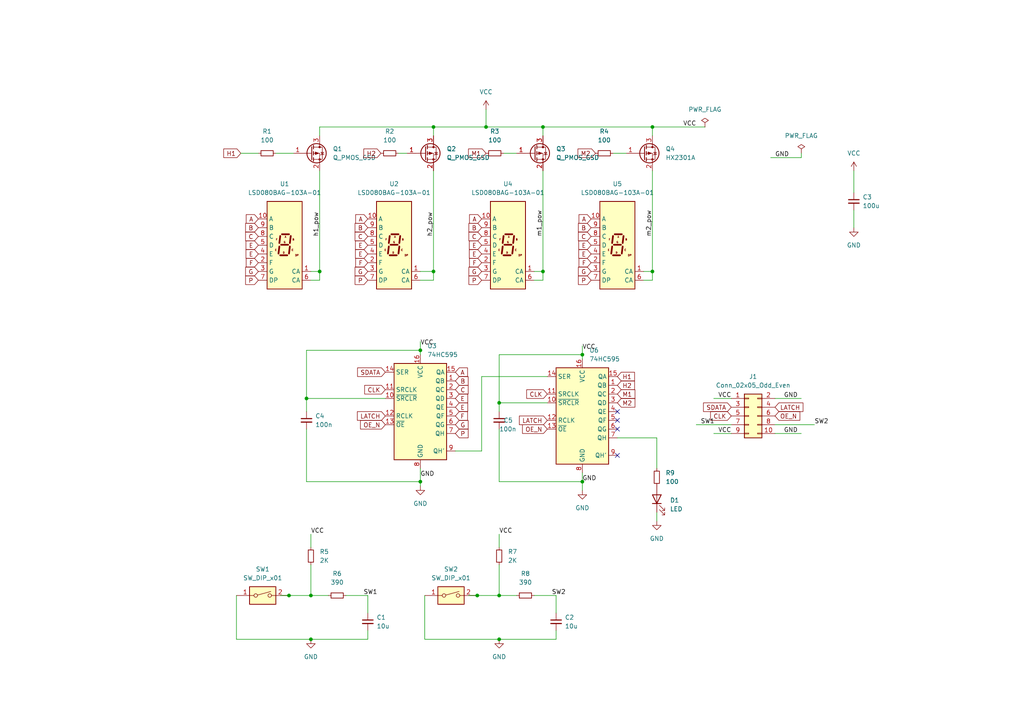
<source format=kicad_sch>
(kicad_sch (version 20211123) (generator eeschema)
  (paper "A4")
  (title_block (title "clock face") (date "2023-04-01") (rev "1"))
  (lib_symbols
    (symbol "74xx:74HC595"
      (property "Reference" "U" (at -7.62 13.97 0))
      (property "Value" "74HC595" (at -7.62 -16.51 0))
      (symbol "74HC595_1_0"
        (pin tri_state line (at 10.16 7.62 180) (length 2.54) (name "QB") (number "1"))
        (pin input line (at -10.16 2.54 0) (length 2.54) (name "~{SRCLR}") (number "10"))
        (pin input line (at -10.16 5.08 0) (length 2.54) (name "SRCLK") (number "11"))
        (pin input line (at -10.16 -2.54 0) (length 2.54) (name "RCLK") (number "12"))
        (pin input line (at -10.16 -5.08 0) (length 2.54) (name "~{OE}") (number "13"))
        (pin input line (at -10.16 10.16 0) (length 2.54) (name "SER") (number "14"))
        (pin tri_state line (at 10.16 10.16 180) (length 2.54) (name "QA") (number "15"))
        (pin power_in line (at 0 15.24 270) (length 2.54) (name "VCC") (number "16"))
        (pin tri_state line (at 10.16 5.08 180) (length 2.54) (name "QC") (number "2"))
        (pin tri_state line (at 10.16 2.54 180) (length 2.54) (name "QD") (number "3"))
        (pin tri_state line (at 10.16 0 180) (length 2.54) (name "QE") (number "4"))
        (pin tri_state line (at 10.16 -2.54 180) (length 2.54) (name "QF") (number "5"))
        (pin tri_state line (at 10.16 -5.08 180) (length 2.54) (name "QG") (number "6"))
        (pin tri_state line (at 10.16 -7.62 180) (length 2.54) (name "QH") (number "7"))
        (pin power_in line (at 0 -17.78 90) (length 2.54) (name "GND") (number "8"))
        (pin output line (at 10.16 -12.7 180) (length 2.54) (name "QH'") (number "9"))
      )
      (symbol "74HC595_1_1"
        (rectangle (start -7.62 12.7) (end 7.62 -15.24) (stroke (width 0.254)) (fill (type background)))
      )
    )
    (symbol "Connector_Generic:Conn_02x05_Odd_Even" (pin_names (offset 1.016) hide)
      (property "Reference" "J" (at 1.27 7.62 0))
      (property "Value" "Conn_02x05_Odd_Even" (at 1.27 -7.62 0))
      (symbol "Conn_02x05_Odd_Even_1_1"
        (rectangle (start -1.27 -4.953) (end 0 -5.207) (stroke (width 0.1524)))
        (rectangle (start -1.27 -2.413) (end 0 -2.667) (stroke (width 0.1524)))
        (rectangle (start -1.27 0.127) (end 0 -0.127) (stroke (width 0.1524)))
        (rectangle (start -1.27 2.667) (end 0 2.413) (stroke (width 0.1524)))
        (rectangle (start -1.27 5.207) (end 0 4.953) (stroke (width 0.1524)))
        (rectangle (start -1.27 6.35) (end 3.81 -6.35) (stroke (width 0.254)) (fill (type background)))
        (rectangle (start 3.81 -4.953) (end 2.54 -5.207) (stroke (width 0.1524)))
        (rectangle (start 3.81 -2.413) (end 2.54 -2.667) (stroke (width 0.1524)))
        (rectangle (start 3.81 0.127) (end 2.54 -0.127) (stroke (width 0.1524)))
        (rectangle (start 3.81 2.667) (end 2.54 2.413) (stroke (width 0.1524)))
        (rectangle (start 3.81 5.207) (end 2.54 4.953) (stroke (width 0.1524)))
        (pin passive line (at -5.08 5.08 0) (length 3.81) (name "Pin_1") (number "1"))
        (pin passive line (at 7.62 -5.08 180) (length 3.81) (name "Pin_10") (number "10"))
        (pin passive line (at 7.62 5.08 180) (length 3.81) (name "Pin_2") (number "2"))
        (pin passive line (at -5.08 2.54 0) (length 3.81) (name "Pin_3") (number "3"))
        (pin passive line (at 7.62 2.54 180) (length 3.81) (name "Pin_4") (number "4"))
        (pin passive line (at -5.08 0 0) (length 3.81) (name "Pin_5") (number "5"))
        (pin passive line (at 7.62 0 180) (length 3.81) (name "Pin_6") (number "6"))
        (pin passive line (at -5.08 -2.54 0) (length 3.81) (name "Pin_7") (number "7"))
        (pin passive line (at 7.62 -2.54 180) (length 3.81) (name "Pin_8") (number "8"))
        (pin passive line (at -5.08 -5.08 0) (length 3.81) (name "Pin_9") (number "9"))
      )
    )
    (symbol "Device:C_Small" (pin_numbers hide) (pin_names (offset 0.254) hide)
      (property "Reference" "C" (at 0.254 1.778 0))
      (property "Value" "C_Small" (at 0.254 -2.032 0))
      (symbol "C_Small_0_1"
        (polyline (pts (xy -1.524 -0.508) (xy 1.524 -0.508)) (stroke (width 0.3302)))
        (polyline (pts (xy -1.524 0.508) (xy 1.524 0.508)) (stroke (width 0.3048)))
      )
      (symbol "C_Small_1_1"
        (pin passive line (at 0 2.54 270) (length 2.032) (name "~") (number "1"))
        (pin passive line (at 0 -2.54 90) (length 2.032) (name "~") (number "2"))
      )
    )
    (symbol "Device:LED" (pin_numbers hide) (pin_names (offset 1.016) hide)
      (property "Reference" "D" (at 0 2.54 0))
      (property "Value" "LED" (at 0 -2.54 0))
      (symbol "LED_0_1"
        (polyline (pts (xy -1.27 -1.27) (xy -1.27 1.27)) (stroke (width 0.254)))
        (polyline (pts (xy -1.27 0) (xy 1.27 0)))
        (polyline (pts (xy 1.27 -1.27) (xy 1.27 1.27) (xy -1.27 0) (xy 1.27 -1.27)) (stroke (width 0.254)))
        (polyline (pts (xy -3.048 -0.762) (xy -4.572 -2.286) (xy -3.81 -2.286) (xy -4.572 -2.286) (xy -4.572 -1.524)))
        (polyline (pts (xy -1.778 -0.762) (xy -3.302 -2.286) (xy -2.54 -2.286) (xy -3.302 -2.286) (xy -3.302 -1.524)))
      )
      (symbol "LED_1_1"
        (pin passive line (at -3.81 0 0) (length 2.54) (name "K") (number "1"))
        (pin passive line (at 3.81 0 180) (length 2.54) (name "A") (number "2"))
      )
    )
    (symbol "Device:Q_PMOS_GSD" (pin_names (offset 0) hide)
      (property "Reference" "Q" (at 5.08 1.27 0))
      (property "Value" "Q_PMOS_GSD" (at 5.08 -1.27 0))
      (symbol "Q_PMOS_GSD_0_1"
        (polyline (pts (xy 0.254 0) (xy -2.54 0)))
        (polyline (pts (xy 0.254 1.905) (xy 0.254 -1.905)) (stroke (width 0.254)))
        (polyline (pts (xy 0.762 -1.27) (xy 0.762 -2.286)) (stroke (width 0.254)))
        (polyline (pts (xy 0.762 0.508) (xy 0.762 -0.508)) (stroke (width 0.254)))
        (polyline (pts (xy 0.762 2.286) (xy 0.762 1.27)) (stroke (width 0.254)))
        (polyline (pts (xy 2.54 2.54) (xy 2.54 1.778)))
        (polyline (pts (xy 2.54 -2.54) (xy 2.54 0) (xy 0.762 0)))
        (polyline (pts (xy 0.762 1.778) (xy 3.302 1.778) (xy 3.302 -1.778) (xy 0.762 -1.778)))
        (polyline (pts (xy 2.286 0) (xy 1.27 0.381) (xy 1.27 -0.381) (xy 2.286 0)) (fill (type outline)))
        (polyline (pts (xy 2.794 -0.508) (xy 2.921 -0.381) (xy 3.683 -0.381) (xy 3.81 -0.254)))
        (polyline (pts (xy 3.302 -0.381) (xy 2.921 0.254) (xy 3.683 0.254) (xy 3.302 -0.381)))
        (circle (center 1.651 0) (radius 2.794) (stroke (width 0.254)))
        (circle (center 2.54 -1.778) (radius 0.254) (fill (type outline)))
        (circle (center 2.54 1.778) (radius 0.254) (fill (type outline)))
      )
      (symbol "Q_PMOS_GSD_1_1"
        (pin input line (at -5.08 0 0) (length 2.54) (name "G") (number "1"))
        (pin passive line (at 2.54 -5.08 90) (length 2.54) (name "S") (number "2"))
        (pin passive line (at 2.54 5.08 270) (length 2.54) (name "D") (number "3"))
      )
    )
    (symbol "Device:R_Small" (pin_numbers hide) (pin_names (offset 0.254) hide)
      (property "Reference" "R" (at 0.762 0.508 0))
      (property "Value" "R_Small" (at 0.762 -1.016 0))
      (symbol "R_Small_0_1"
        (rectangle (start -0.762 1.778) (end 0.762 -1.778) (stroke (width 0.2032)))
      )
      (symbol "R_Small_1_1"
        (pin passive line (at 0 2.54 270) (length 0.762) (name "~") (number "1"))
        (pin passive line (at 0 -2.54 90) (length 0.762) (name "~") (number "2"))
      )
    )
    (symbol "Display_Character:HDSP-7401"
      (property "Reference" "U" (at -3.81 13.97 0))
      (property "Value" "HDSP-7401" (at 6.35 13.97 0))
      (symbol "HDSP-7401_1_0"
        (text "A" (at 0.254 2.413 0) (effects (font (size 0.508 0.508))))
        (text "B" (at 2.54 1.651 0) (effects (font (size 0.508 0.508))))
        (text "C" (at 2.286 -1.397 0) (effects (font (size 0.508 0.508))))
        (text "D" (at -0.254 -2.159 0) (effects (font (size 0.508 0.508))))
        (text "DP" (at 3.556 -2.921 0) (effects (font (size 0.508 0.508))))
        (text "E" (at -2.54 -1.397 0) (effects (font (size 0.508 0.508))))
        (text "F" (at -2.286 1.651 0) (effects (font (size 0.508 0.508))))
        (text "G" (at 0 0.889 0) (effects (font (size 0.508 0.508))))
      )
      (symbol "HDSP-7401_1_1"
        (rectangle (start -5.08 12.7) (end 5.08 -12.7) (stroke (width 0.254)) (fill (type background)))
        (polyline (pts (xy -1.524 -0.381) (xy -1.778 -2.413)) (stroke (width 0.508)))
        (polyline (pts (xy -1.27 -2.921) (xy 0.762 -2.921)) (stroke (width 0.508)))
        (polyline (pts (xy -1.27 2.667) (xy -1.524 0.635)) (stroke (width 0.508)))
        (polyline (pts (xy -1.016 0.127) (xy 1.016 0.127)) (stroke (width 0.508)))
        (polyline (pts (xy -0.762 3.175) (xy 1.27 3.175)) (stroke (width 0.508)))
        (polyline (pts (xy 1.524 -0.381) (xy 1.27 -2.413)) (stroke (width 0.508)))
        (polyline (pts (xy 1.778 2.667) (xy 1.524 0.635)) (stroke (width 0.508)))
        (polyline (pts (xy 2.54 -2.921) (xy 2.54 -2.921)) (stroke (width 0.508)))
        (pin input line (at 7.62 -7.62 180) (length 2.54) (name "CA") (number "1"))
        (pin input line (at -7.62 7.62 0) (length 2.54) (name "A") (number "10"))
        (pin input line (at -7.62 -5.08 0) (length 2.54) (name "F") (number "2"))
        (pin input line (at -7.62 -7.62 0) (length 2.54) (name "G") (number "3"))
        (pin input line (at -7.62 -2.54 0) (length 2.54) (name "E") (number "4"))
        (pin input line (at -7.62 0 0) (length 2.54) (name "D") (number "5"))
        (pin input line (at 7.62 -10.16 180) (length 2.54) (name "CA") (number "6"))
        (pin input line (at -7.62 -10.16 0) (length 2.54) (name "DP") (number "7"))
        (pin input line (at -7.62 2.54 0) (length 2.54) (name "C") (number "8"))
        (pin input line (at -7.62 5.08 0) (length 2.54) (name "B") (number "9"))
      )
    )
    (symbol "Switch:SW_DIP_x01" (pin_names (offset 0) hide)
      (property "Reference" "SW" (at 0 3.81 0))
      (property "Value" "SW_DIP_x01" (at 0 -3.81 0))
      (symbol "SW_DIP_x01_0_0"
        (circle (center -2.032 0) (radius 0.508))
        (polyline (pts (xy -1.524 0.127) (xy 2.3622 1.1684)))
        (circle (center 2.032 0) (radius 0.508))
      )
      (symbol "SW_DIP_x01_0_1"
        (rectangle (start -3.81 2.54) (end 3.81 -2.54) (stroke (width 0.254)) (fill (type background)))
      )
      (symbol "SW_DIP_x01_1_1"
        (pin passive line (at -7.62 0 0) (length 5.08) (name "~") (number "1"))
        (pin passive line (at 7.62 0 180) (length 5.08) (name "~") (number "2"))
      )
    )
    (symbol "power:GND" (power) (pin_names (offset 0))
      (property "Value" "GND" (at 0 -3.81 0))
      (symbol "GND_0_1"
        (polyline (pts (xy 0 0) (xy 0 -1.27) (xy 1.27 -1.27) (xy 0 -2.54) (xy -1.27 -1.27) (xy 0 -1.27)))
      )
      (symbol "GND_1_1"
        (pin power_in line (at 0 0 270) (length 0) hide (name "GND") (number "1"))
      )
    )
    (symbol "power:PWR_FLAG" (power) (pin_numbers hide) (pin_names (offset 0) hide)
      (property "Value" "PWR_FLAG" (at 0 3.81 0))
      (symbol "PWR_FLAG_0_0"
        (pin power_out line (at 0 0 90) (length 0) (name "pwr") (number "1"))
      )
      (symbol "PWR_FLAG_0_1"
        (polyline (pts (xy 0 0) (xy 0 1.27) (xy -1.016 1.905) (xy 0 2.54) (xy 1.016 1.905) (xy 0 1.27)))
      )
    )
    (symbol "power:VCC" (power) (pin_names (offset 0))
      (property "Value" "VCC" (at 0 3.81 0))
      (symbol "VCC_0_1"
        (polyline (pts (xy -0.762 1.27) (xy 0 2.54)))
        (polyline (pts (xy 0 0) (xy 0 2.54)))
        (polyline (pts (xy 0 2.54) (xy 0.762 1.27)))
      )
      (symbol "VCC_1_1"
        (pin power_in line (at 0 0 90) (length 0) hide (name "VCC") (number "1"))
      )
    )
  )
  (junction (at 157.48 36.83))
  (junction (at 92.71 78.74))
  (junction (at 189.23 36.83))
  (junction (at 144.78 116.84))
  (junction (at 138.43 172.72))
  (junction (at 140.97 36.83))
  (junction (at 121.92 101.6))
  (junction (at 90.17 185.42))
  (junction (at 144.78 172.72))
  (junction (at 83.82 172.72))
  (junction (at 121.92 139.7))
  (junction (at 125.73 78.74))
  (junction (at 189.23 78.74))
  (junction (at 144.78 185.42))
  (junction (at 157.48 78.74))
  (junction (at 88.9 115.57))
  (junction (at 90.17 172.72))
  (junction (at 125.73 36.83))
  (junction (at 168.91 139.7))
  (junction (at 168.91 102.87))
  (no_connect (at 179.07 132.08))
  (no_connect (at 179.07 119.38))
  (no_connect (at 179.07 124.46))
  (no_connect (at 179.07 121.92))
  (wire (pts (xy 157.48 78.74) (xy 154.94 78.74)))
  (wire (pts (xy 69.85 44.45) (xy 74.93 44.45)))
  (wire (pts (xy 144.78 172.72) (xy 149.86 172.72)))
  (wire (pts (xy 81.28 172.72) (xy 83.82 172.72)))
  (wire (pts (xy 125.73 78.74) (xy 125.73 81.28)))
  (wire (pts (xy 247.65 49.53) (xy 247.65 55.88)))
  (wire (pts (xy 190.5 151.13) (xy 190.5 148.59)))
  (wire (pts (xy 189.23 36.83) (xy 204.47 36.83)))
  (wire (pts (xy 144.78 139.7) (xy 168.91 139.7)))
  (wire (pts (xy 189.23 81.28) (xy 186.69 81.28)))
  (wire (pts (xy 92.71 81.28) (xy 90.17 81.28)))
  (wire (pts (xy 139.7 109.22) (xy 158.75 109.22)))
  (wire (pts (xy 68.58 185.42) (xy 90.17 185.42)))
  (wire (pts (xy 80.01 44.45) (xy 85.09 44.45)))
  (wire (pts (xy 88.9 115.57) (xy 111.76 115.57)))
  (wire (pts (xy 106.68 185.42) (xy 106.68 182.88)))
  (wire (pts (xy 179.07 127) (xy 190.5 127)))
  (wire (pts (xy 90.17 172.72) (xy 83.82 172.72)))
  (wire (pts (xy 121.92 99.06) (xy 121.92 101.6)))
  (wire (pts (xy 144.78 163.83) (xy 144.78 172.72)))
  (wire (pts (xy 68.58 172.72) (xy 68.58 185.42)))
  (wire (pts (xy 157.48 36.83) (xy 189.23 36.83)))
  (wire (pts (xy 161.29 172.72) (xy 161.29 177.8)))
  (wire (pts (xy 157.48 81.28) (xy 154.94 81.28)))
  (wire (pts (xy 125.73 81.28) (xy 121.92 81.28)))
  (wire (pts (xy 90.17 163.83) (xy 90.17 172.72)))
  (wire (pts (xy 144.78 102.87) (xy 168.91 102.87)))
  (wire (pts (xy 88.9 115.57) (xy 88.9 101.6)))
  (wire (pts (xy 168.91 100.33) (xy 168.91 102.87)))
  (wire (pts (xy 146.05 44.45) (xy 149.86 44.45)))
  (wire (pts (xy 139.7 130.81) (xy 139.7 109.22)))
  (wire (pts (xy 92.71 78.74) (xy 92.71 81.28)))
  (wire (pts (xy 123.19 185.42) (xy 144.78 185.42)))
  (wire (pts (xy 121.92 140.97) (xy 121.92 139.7)))
  (wire (pts (xy 121.92 139.7) (xy 121.92 135.89)))
  (wire (pts (xy 125.73 36.83) (xy 125.73 39.37)))
  (wire (pts (xy 92.71 49.53) (xy 92.71 78.74)))
  (wire (pts (xy 140.97 31.75) (xy 140.97 36.83)))
  (wire (pts (xy 224.79 115.57) (xy 232.41 115.57)))
  (wire (pts (xy 144.78 116.84) (xy 144.78 102.87)))
  (wire (pts (xy 144.78 116.84) (xy 158.75 116.84)))
  (wire (pts (xy 189.23 78.74) (xy 189.23 81.28)))
  (wire (pts (xy 224.79 123.19) (xy 236.22 123.19)))
  (wire (pts (xy 123.19 172.72) (xy 123.19 185.42)))
  (wire (pts (xy 201.93 123.19) (xy 212.09 123.19)))
  (wire (pts (xy 157.48 36.83) (xy 157.48 39.37)))
  (wire (pts (xy 115.57 44.45) (xy 118.11 44.45)))
  (wire (pts (xy 177.8 44.45) (xy 181.61 44.45)))
  (wire (pts (xy 132.08 130.81) (xy 139.7 130.81)))
  (wire (pts (xy 106.68 172.72) (xy 106.68 177.8)))
  (wire (pts (xy 232.41 45.72) (xy 232.41 44.45)))
  (wire (pts (xy 144.78 172.72) (xy 138.43 172.72)))
  (wire (pts (xy 88.9 101.6) (xy 121.92 101.6)))
  (wire (pts (xy 190.5 127) (xy 190.5 135.89)))
  (wire (pts (xy 92.71 36.83) (xy 92.71 39.37)))
  (wire (pts (xy 88.9 124.46) (xy 88.9 139.7)))
  (wire (pts (xy 189.23 49.53) (xy 189.23 78.74)))
  (wire (pts (xy 90.17 154.94) (xy 90.17 158.75)))
  (wire (pts (xy 207.01 125.73) (xy 212.09 125.73)))
  (wire (pts (xy 144.78 124.46) (xy 144.78 139.7)))
  (wire (pts (xy 135.89 172.72) (xy 138.43 172.72)))
  (wire (pts (xy 189.23 36.83) (xy 189.23 39.37)))
  (wire (pts (xy 144.78 185.42) (xy 161.29 185.42)))
  (wire (pts (xy 207.01 115.57) (xy 212.09 115.57)))
  (wire (pts (xy 144.78 154.94) (xy 144.78 158.75)))
  (wire (pts (xy 247.65 66.04) (xy 247.65 60.96)))
  (wire (pts (xy 168.91 102.87) (xy 168.91 104.14)))
  (wire (pts (xy 90.17 185.42) (xy 106.68 185.42)))
  (wire (pts (xy 88.9 139.7) (xy 121.92 139.7)))
  (wire (pts (xy 125.73 49.53) (xy 125.73 78.74)))
  (wire (pts (xy 157.48 78.74) (xy 157.48 81.28)))
  (wire (pts (xy 157.48 49.53) (xy 157.48 78.74)))
  (wire (pts (xy 125.73 78.74) (xy 121.92 78.74)))
  (wire (pts (xy 168.91 139.7) (xy 168.91 137.16)))
  (wire (pts (xy 92.71 36.83) (xy 125.73 36.83)))
  (wire (pts (xy 140.97 36.83) (xy 157.48 36.83)))
  (wire (pts (xy 161.29 185.42) (xy 161.29 182.88)))
  (wire (pts (xy 90.17 172.72) (xy 95.25 172.72)))
  (wire (pts (xy 88.9 119.38) (xy 88.9 115.57)))
  (wire (pts (xy 125.73 36.83) (xy 140.97 36.83)))
  (wire (pts (xy 168.91 142.24) (xy 168.91 139.7)))
  (wire (pts (xy 154.94 172.72) (xy 161.29 172.72)))
  (wire (pts (xy 100.33 172.72) (xy 106.68 172.72)))
  (wire (pts (xy 223.52 45.72) (xy 232.41 45.72)))
  (wire (pts (xy 92.71 78.74) (xy 90.17 78.74)))
  (wire (pts (xy 144.78 119.38) (xy 144.78 116.84)))
  (wire (pts (xy 186.69 78.74) (xy 189.23 78.74)))
  (wire (pts (xy 121.92 101.6) (xy 121.92 102.87)))
  (wire (pts (xy 224.79 125.73) (xy 232.41 125.73)))
  (label "h1_pow" (at 92.71 68.58 90))
  (label "m2_pow" (at 189.23 68.58 90))
  (label "m1_pow" (at 157.48 68.58 90))
  (label "VCC" (at 121.92 100.33 0))
  (label "GND" (at 121.92 138.43 0))
  (label "VCC" (at 90.17 154.94 0))
  (label "VCC" (at 144.78 154.94 0))
  (label "SW1" (at 105.41 172.72 0))
  (label "GND" (at 227.33 115.57 0))
  (label "GND" (at 224.79 45.72 0))
  (label "VCC" (at 198.12 36.83 0))
  (label "SW2" (at 236.22 123.19 0))
  (label "SW1" (at 203.2 123.19 0))
  (label "VCC" (at 208.28 125.73 0))
  (label "VCC" (at 168.91 101.6 0))
  (label "VCC" (at 208.28 115.57 0))
  (label "GND" (at 227.33 125.73 0))
  (label "GND" (at 168.91 139.7 0))
  (label "SW2" (at 160.02 172.72 0))
  (label "h2_pow" (at 125.73 68.58 90))
  (global_label "B" (shape input) (at 106.68 66.04 180) (property "Intersheet References" "${INTERSHEET_REFS}" (effects hide)))
  (global_label "LATCH" (shape input) (at 158.75 121.92 180) (property "Intersheet References" "${INTERSHEET_REFS}" (effects hide)))
  (global_label "OE_N" (shape input) (at 158.75 124.46 180) (property "Intersheet References" "${INTERSHEET_REFS}" (effects hide)))
  (global_label "A" (shape input) (at 132.08 107.95 0) (property "Intersheet References" "${INTERSHEET_REFS}" (effects hide)))
  (global_label "CLK" (shape input) (at 158.75 114.3 180) (property "Intersheet References" "${INTERSHEET_REFS}" (effects hide)))
  (global_label "LATCH" (shape input) (at 224.79 118.11 0) (property "Intersheet References" "${INTERSHEET_REFS}" (effects hide)))
  (global_label "C" (shape input) (at 139.7 68.58 180) (property "Intersheet References" "${INTERSHEET_REFS}" (effects hide)))
  (global_label "P" (shape input) (at 106.68 81.28 180) (property "Intersheet References" "${INTERSHEET_REFS}" (effects hide)))
  (global_label "OE_N" (shape input) (at 224.79 120.65 0) (property "Intersheet References" "${INTERSHEET_REFS}" (effects hide)))
  (global_label "E" (shape input) (at 74.93 71.12 180) (property "Intersheet References" "${INTERSHEET_REFS}" (effects hide)))
  (global_label "E" (shape input) (at 171.45 73.66 180) (property "Intersheet References" "${INTERSHEET_REFS}" (effects hide)))
  (global_label "A" (shape input) (at 74.93 63.5 180) (property "Intersheet References" "${INTERSHEET_REFS}" (effects hide)))
  (global_label "A" (shape input) (at 106.68 63.5 180) (property "Intersheet References" "${INTERSHEET_REFS}" (effects hide)))
  (global_label "M2" (shape input) (at 172.72 44.45 180) (property "Intersheet References" "${INTERSHEET_REFS}" (effects hide)))
  (global_label "G" (shape input) (at 171.45 78.74 180) (property "Intersheet References" "${INTERSHEET_REFS}" (effects hide)))
  (global_label "CLK" (shape input) (at 212.09 120.65 180) (property "Intersheet References" "${INTERSHEET_REFS}" (effects hide)))
  (global_label "E" (shape input) (at 139.7 71.12 180) (property "Intersheet References" "${INTERSHEET_REFS}" (effects hide)))
  (global_label "M2" (shape input) (at 179.07 116.84 0) (property "Intersheet References" "${INTERSHEET_REFS}" (effects hide)))
  (global_label "F" (shape input) (at 132.08 120.65 0) (property "Intersheet References" "${INTERSHEET_REFS}" (effects hide)))
  (global_label "C" (shape input) (at 171.45 68.58 180) (property "Intersheet References" "${INTERSHEET_REFS}" (effects hide)))
  (global_label "E" (shape input) (at 132.08 115.57 0) (property "Intersheet References" "${INTERSHEET_REFS}" (effects hide)))
  (global_label "F" (shape input) (at 139.7 76.2 180) (property "Intersheet References" "${INTERSHEET_REFS}" (effects hide)))
  (global_label "F" (shape input) (at 74.93 76.2 180) (property "Intersheet References" "${INTERSHEET_REFS}" (effects hide)))
  (global_label "F" (shape input) (at 106.68 76.2 180) (property "Intersheet References" "${INTERSHEET_REFS}" (effects hide)))
  (global_label "M1" (shape input) (at 140.97 44.45 180) (property "Intersheet References" "${INTERSHEET_REFS}" (effects hide)))
  (global_label "E" (shape input) (at 139.7 73.66 180) (property "Intersheet References" "${INTERSHEET_REFS}" (effects hide)))
  (global_label "P" (shape input) (at 139.7 81.28 180) (property "Intersheet References" "${INTERSHEET_REFS}" (effects hide)))
  (global_label "G" (shape input) (at 132.08 123.19 0) (property "Intersheet References" "${INTERSHEET_REFS}" (effects hide)))
  (global_label "H2" (shape input) (at 179.07 111.76 0) (property "Intersheet References" "${INTERSHEET_REFS}" (effects hide)))
  (global_label "F" (shape input) (at 171.45 76.2 180) (property "Intersheet References" "${INTERSHEET_REFS}" (effects hide)))
  (global_label "B" (shape input) (at 74.93 66.04 180) (property "Intersheet References" "${INTERSHEET_REFS}" (effects hide)))
  (global_label "H2" (shape input) (at 110.49 44.45 180) (property "Intersheet References" "${INTERSHEET_REFS}" (effects hide)))
  (global_label "H1" (shape input) (at 69.85 44.45 180) (property "Intersheet References" "${INTERSHEET_REFS}" (effects hide)))
  (global_label "A" (shape input) (at 171.45 63.5 180) (property "Intersheet References" "${INTERSHEET_REFS}" (effects hide)))
  (global_label "C" (shape input) (at 74.93 68.58 180) (property "Intersheet References" "${INTERSHEET_REFS}" (effects hide)))
  (global_label "G" (shape input) (at 139.7 78.74 180) (property "Intersheet References" "${INTERSHEET_REFS}" (effects hide)))
  (global_label "SDATA" (shape input) (at 111.76 107.95 180) (property "Intersheet References" "${INTERSHEET_REFS}" (effects hide)))
  (global_label "G" (shape input) (at 74.93 78.74 180) (property "Intersheet References" "${INTERSHEET_REFS}" (effects hide)))
  (global_label "SDATA" (shape input) (at 212.09 118.11 180) (property "Intersheet References" "${INTERSHEET_REFS}" (effects hide)))
  (global_label "P" (shape input) (at 171.45 81.28 180) (property "Intersheet References" "${INTERSHEET_REFS}" (effects hide)))
  (global_label "P" (shape input) (at 74.93 81.28 180) (property "Intersheet References" "${INTERSHEET_REFS}" (effects hide)))
  (global_label "H1" (shape input) (at 179.07 109.22 0) (property "Intersheet References" "${INTERSHEET_REFS}" (effects hide)))
  (global_label "CLK" (shape input) (at 111.76 113.03 180) (property "Intersheet References" "${INTERSHEET_REFS}" (effects hide)))
  (global_label "E" (shape input) (at 106.68 73.66 180) (property "Intersheet References" "${INTERSHEET_REFS}" (effects hide)))
  (global_label "P" (shape input) (at 132.08 125.73 0) (property "Intersheet References" "${INTERSHEET_REFS}" (effects hide)))
  (global_label "M1" (shape input) (at 179.07 114.3 0) (property "Intersheet References" "${INTERSHEET_REFS}" (effects hide)))
  (global_label "LATCH" (shape input) (at 111.76 120.65 180) (property "Intersheet References" "${INTERSHEET_REFS}" (effects hide)))
  (global_label "B" (shape input) (at 171.45 66.04 180) (property "Intersheet References" "${INTERSHEET_REFS}" (effects hide)))
  (global_label "C" (shape input) (at 132.08 113.03 0) (property "Intersheet References" "${INTERSHEET_REFS}" (effects hide)))
  (global_label "B" (shape input) (at 132.08 110.49 0) (property "Intersheet References" "${INTERSHEET_REFS}" (effects hide)))
  (global_label "E" (shape input) (at 171.45 71.12 180) (property "Intersheet References" "${INTERSHEET_REFS}" (effects hide)))
  (global_label "A" (shape input) (at 139.7 63.5 180) (property "Intersheet References" "${INTERSHEET_REFS}" (effects hide)))
  (global_label "E" (shape input) (at 132.08 118.11 0) (property "Intersheet References" "${INTERSHEET_REFS}" (effects hide)))
  (global_label "OE_N" (shape input) (at 111.76 123.19 180) (property "Intersheet References" "${INTERSHEET_REFS}" (effects hide)))
  (global_label "E" (shape input) (at 74.93 73.66 180) (property "Intersheet References" "${INTERSHEET_REFS}" (effects hide)))
  (global_label "C" (shape input) (at 106.68 68.58 180) (property "Intersheet References" "${INTERSHEET_REFS}" (effects hide)))
  (global_label "B" (shape input) (at 139.7 66.04 180) (property "Intersheet References" "${INTERSHEET_REFS}" (effects hide)))
  (global_label "G" (shape input) (at 106.68 78.74 180) (property "Intersheet References" "${INTERSHEET_REFS}" (effects hide)))
  (global_label "E" (shape input) (at 106.68 71.12 180) (property "Intersheet References" "${INTERSHEET_REFS}" (effects hide)))
  (symbol (lib_id "power:VCC") (at 140.97 31.75 0) (unit 1)
    (property "Reference" "#PWR01" (effects hide))
    (property "Value" "VCC" (at 140.97 26.67 0))
  )
  (symbol (lib_id "Device:R_Small") (at 144.78 161.29 0) (unit 1)
    (property "Reference" "R7" (at 147.32 160.0199 0) (effects (justify left)))
    (property "Value" "2K" (at 147.32 162.5599 0) (effects (justify left)))
    (property "Footprint" "Resistor_SMD:R_0805_2012Metric_Pad1.20x1.40mm_HandSolder" (effects hide))
  )
  (symbol (lib_id "Display_Character:HDSP-7401") (at 147.32 71.12 0) (unit 1)
    (property "Reference" "U4" (at 147.32 53.34 0))
    (property "Value" "LSD080BAG-103A-01" (at 147.32 55.88 0))
    (property "Footprint" "components:7SegmentLED_lsd080bag-103a" (effects hide))
    (property "Datasheet" "https://www.tme.eu/Document/28fcc09dc6d8dec108783057f616e90d/LSD080BAG-103A.pdf" (effects hide))
  )
  (symbol (lib_id "power:GND") (at 144.78 185.42 0) (unit 1)
    (property "Reference" "#PWR04" (effects hide))
    (property "Value" "GND" (at 144.78 190.5 0))
  )
  (symbol (lib_id "Connector_Generic:Conn_02x05_Odd_Even") (at 217.17 120.65 0) (unit 1)
    (property "Reference" "J1" (at 218.44 109.22 0))
    (property "Value" "Conn_02x05_Odd_Even" (at 218.44 111.76 0))
    (property "Footprint" "Connector_PinHeader_2.54mm:PinHeader_2x05_P2.54mm_Vertical_SMD" (effects hide))
  )
  (symbol (lib_id "Device:Q_PMOS_GSD") (at 154.94 44.45 0) (unit 1)
    (property "Reference" "Q3" (at 161.29 43.1799 0) (effects (justify left)))
    (property "Value" "Q_PMOS_GSD" (at 161.29 45.7199 0) (effects (justify left)))
    (property "Footprint" "Package_TO_SOT_SMD:SOT-23_Handsoldering" (effects hide))
  )
  (symbol (lib_id "Device:Q_PMOS_GSD") (at 123.19 44.45 0) (unit 1)
    (property "Reference" "Q2" (at 129.54 43.1799 0) (effects (justify left)))
    (property "Value" "Q_PMOS_GSD" (at 129.54 45.7199 0) (effects (justify left)))
    (property "Footprint" "Package_TO_SOT_SMD:SOT-23_Handsoldering" (effects hide))
  )
  (symbol (lib_id "power:PWR_FLAG") (at 232.41 44.45 0) (unit 1)
    (property "Reference" "#FLG02" (effects hide))
    (property "Value" "PWR_FLAG" (at 232.41 39.37 0))
  )
  (symbol (lib_id "power:GND") (at 190.5 151.13 0) (unit 1)
    (property "Reference" "#PWR06" (effects hide))
    (property "Value" "GND" (at 190.5 156.21 0))
  )
  (symbol (lib_id "power:GND") (at 247.65 66.04 0) (unit 1)
    (property "Reference" "#PWR0101" (effects hide))
    (property "Value" "GND" (at 247.65 71.12 0))
  )
  (symbol (lib_id "Device:LED") (at 190.5 144.78 90) (unit 1)
    (property "Reference" "D1" (at 194.31 145.0974 90) (effects (justify right)))
    (property "Value" "LED" (at 194.31 147.6374 90) (effects (justify right)))
    (property "Footprint" "LED_SMD:LED_0805_2012Metric_Pad1.15x1.40mm_HandSolder" (effects hide))
  )
  (symbol (lib_id "Device:R_Small") (at 175.26 44.45 90) (unit 1)
    (property "Reference" "R4" (at 175.26 38.1 90))
    (property "Value" "100" (at 175.26 40.64 90))
    (property "Footprint" "Resistor_SMD:R_0603_1608Metric_Pad0.98x0.95mm_HandSolder" (effects hide))
  )
  (symbol (lib_id "74xx:74HC595") (at 121.92 118.11 0) (unit 1)
    (property "Reference" "U3" (at 123.9394 100.33 0) (effects (justify left)))
    (property "Value" "74HC595" (at 123.9394 102.87 0) (effects (justify left)))
    (property "Footprint" "Package_SO:SOIC-16_3.9x9.9mm_P1.27mm" (effects hide))
    (property "Datasheet" "http://www.ti.com/lit/ds/symlink/sn74hc595.pdf" (effects hide))
  )
  (symbol (lib_id "Display_Character:HDSP-7401") (at 179.07 71.12 0) (unit 1)
    (property "Reference" "U5" (at 179.07 53.34 0))
    (property "Value" "LSD080BAG-103A-01" (at 179.07 55.88 0))
    (property "Footprint" "components:7SegmentLED_lsd080bag-103a" (effects hide))
    (property "Datasheet" "https://www.tme.eu/Document/28fcc09dc6d8dec108783057f616e90d/LSD080BAG-103A.pdf" (effects hide))
  )
  (symbol (lib_id "power:GND") (at 90.17 185.42 0) (unit 1)
    (property "Reference" "#PWR03" (effects hide))
    (property "Value" "GND" (at 90.17 190.5 0))
  )
  (symbol (lib_id "Device:Q_PMOS_GSD") (at 186.69 44.45 0) (unit 1)
    (property "Reference" "Q4" (at 193.04 43.1799 0) (effects (justify left)))
    (property "Value" "HX2301A" (at 193.04 45.7199 0) (effects (justify left)))
    (property "Footprint" "Package_TO_SOT_SMD:SOT-23_Handsoldering" (effects hide))
  )
  (symbol (lib_id "power:PWR_FLAG") (at 204.47 36.83 0) (unit 1)
    (property "Reference" "#FLG01" (effects hide))
    (property "Value" "PWR_FLAG" (at 204.47 31.75 0))
  )
  (symbol (lib_id "Device:R_Small") (at 113.03 44.45 90) (unit 1)
    (property "Reference" "R2" (at 113.03 38.1 90))
    (property "Value" "100" (at 113.03 40.64 90))
    (property "Footprint" "Resistor_SMD:R_0603_1608Metric_Pad0.98x0.95mm_HandSolder" (effects hide))
  )
  (symbol (lib_id "Device:R_Small") (at 143.51 44.45 90) (unit 1)
    (property "Reference" "R3" (at 143.51 38.1 90))
    (property "Value" "100" (at 143.51 40.64 90))
    (property "Footprint" "Resistor_SMD:R_0603_1608Metric_Pad0.98x0.95mm_HandSolder" (effects hide))
  )
  (symbol (lib_id "Device:Q_PMOS_GSD") (at 90.17 44.45 0) (unit 1)
    (property "Reference" "Q1" (at 96.52 43.1799 0) (effects (justify left)))
    (property "Value" "Q_PMOS_GSD" (at 96.52 45.7199 0) (effects (justify left)))
    (property "Footprint" "Package_TO_SOT_SMD:SOT-23_Handsoldering" (effects hide))
  )
  (symbol (lib_id "Device:C_Small") (at 106.68 180.34 0) (unit 1)
    (property "Reference" "C1" (at 109.22 179.0762 0) (effects (justify left)))
    (property "Value" "10u" (at 109.22 181.6162 0) (effects (justify left)))
    (property "Footprint" "Capacitor_SMD:C_0805_2012Metric_Pad1.18x1.45mm_HandSolder" (effects hide))
  )
  (symbol (lib_id "Switch:SW_DIP_x01") (at 130.81 172.72 0) (unit 1)
    (property "Reference" "SW2" (at 130.81 165.1 0))
    (property "Value" "SW_DIP_x01" (at 130.81 167.64 0))
    (property "Footprint" "components:SW_SPST_lcsc_c174049" (effects hide))
  )
  (symbol (lib_id "Display_Character:HDSP-7401") (at 114.3 71.12 0) (unit 1)
    (property "Reference" "U2" (at 114.3 53.34 0))
    (property "Value" "LSD080BAG-103A-01" (at 114.3 55.88 0))
    (property "Footprint" "components:7SegmentLED_lsd080bag-103a" (effects hide))
    (property "Datasheet" "https://www.tme.eu/Document/28fcc09dc6d8dec108783057f616e90d/LSD080BAG-103A.pdf" (effects hide))
  )
  (symbol (lib_id "Device:C_Small") (at 247.65 58.42 0) (unit 1)
    (property "Reference" "C3" (at 250.19 57.1562 0) (effects (justify left)))
    (property "Value" "100u" (at 250.19 59.6962 0) (effects (justify left)))
    (property "Footprint" "Capacitor_SMD:CP_Elec_8x10.5" (effects hide))
  )
  (symbol (lib_id "Device:R_Small") (at 190.5 138.43 0) (unit 1)
    (property "Reference" "R9" (at 193.04 137.1599 0) (effects (justify left)))
    (property "Value" "100" (at 193.04 139.6999 0) (effects (justify left)))
    (property "Footprint" "Resistor_SMD:R_0805_2012Metric_Pad1.20x1.40mm_HandSolder" (effects hide))
  )
  (symbol (lib_id "Device:C_Small") (at 144.78 121.92 0) (unit 1)
    (property "Reference" "C5" (at 146.05 121.92 0) (effects (justify left)))
    (property "Value" "100n" (at 144.78 124.46 0) (effects (justify left)))
    (property "Footprint" "Capacitor_SMD:C_0805_2012Metric_Pad1.18x1.45mm_HandSolder" (effects hide))
  )
  (symbol (lib_id "Device:R_Small") (at 152.4 172.72 90) (unit 1)
    (property "Reference" "R8" (at 152.4 166.37 90))
    (property "Value" "390" (at 152.4 168.91 90))
    (property "Footprint" "Resistor_SMD:R_0805_2012Metric_Pad1.20x1.40mm_HandSolder" (effects hide))
  )
  (symbol (lib_id "Device:R_Small") (at 90.17 161.29 0) (unit 1)
    (property "Reference" "R5" (at 92.71 160.0199 0) (effects (justify left)))
    (property "Value" "2K" (at 92.71 162.5599 0) (effects (justify left)))
    (property "Footprint" "Resistor_SMD:R_0805_2012Metric_Pad1.20x1.40mm_HandSolder" (effects hide))
  )
  (symbol (lib_id "Device:C_Small") (at 161.29 180.34 0) (unit 1)
    (property "Reference" "C2" (at 163.83 179.0762 0) (effects (justify left)))
    (property "Value" "10u" (at 163.83 181.6162 0) (effects (justify left)))
    (property "Footprint" "Capacitor_SMD:C_0805_2012Metric_Pad1.18x1.45mm_HandSolder" (effects hide))
  )
  (symbol (lib_id "power:GND") (at 168.91 142.24 0) (unit 1)
    (property "Reference" "#PWR05" (effects hide))
    (property "Value" "GND" (at 168.91 147.32 0))
  )
  (symbol (lib_id "74xx:74HC595") (at 168.91 119.38 0) (unit 1)
    (property "Reference" "U6" (at 170.9294 101.6 0) (effects (justify left)))
    (property "Value" "74HC595" (at 170.9294 104.14 0) (effects (justify left)))
    (property "Footprint" "Package_SO:SOIC-16_3.9x9.9mm_P1.27mm" (effects hide))
    (property "Datasheet" "http://www.ti.com/lit/ds/symlink/sn74hc595.pdf" (effects hide))
  )
  (symbol (lib_id "power:VCC") (at 247.65 49.53 0) (unit 1)
    (property "Reference" "#PWR0102" (effects hide))
    (property "Value" "VCC" (at 247.65 44.45 0))
  )
  (symbol (lib_id "Device:C_Small") (at 88.9 121.92 0) (unit 1)
    (property "Reference" "C4" (at 91.44 120.6562 0) (effects (justify left)))
    (property "Value" "100n" (at 91.44 123.1962 0) (effects (justify left)))
    (property "Footprint" "Capacitor_SMD:C_0805_2012Metric_Pad1.18x1.45mm_HandSolder" (effects hide))
  )
  (symbol (lib_id "Device:R_Small") (at 77.47 44.45 90) (unit 1)
    (property "Reference" "R1" (at 77.47 38.1 90))
    (property "Value" "100" (at 77.47 40.64 90))
    (property "Footprint" "Resistor_SMD:R_0603_1608Metric_Pad0.98x0.95mm_HandSolder" (effects hide))
  )
  (symbol (lib_id "Switch:SW_DIP_x01") (at 76.2 172.72 0) (unit 1)
    (property "Reference" "SW1" (at 76.2 165.1 0))
    (property "Value" "SW_DIP_x01" (at 76.2 167.64 0))
    (property "Footprint" "components:SW_SPST_lcsc_c174049" (effects hide))
  )
  (symbol (lib_id "power:GND") (at 121.92 140.97 0) (unit 1)
    (property "Reference" "#PWR02" (effects hide))
    (property "Value" "GND" (at 121.92 146.05 0))
  )
  (symbol (lib_id "Device:R_Small") (at 97.79 172.72 90) (unit 1)
    (property "Reference" "R6" (at 97.79 166.37 90))
    (property "Value" "390" (at 97.79 168.91 90))
    (property "Footprint" "Resistor_SMD:R_0805_2012Metric_Pad1.20x1.40mm_HandSolder" (effects hide))
  )
  (symbol (lib_id "Display_Character:HDSP-7401") (at 82.55 71.12 0) (unit 1)
    (property "Reference" "U1" (at 82.55 53.34 0))
    (property "Value" "LSD080BAG-103A-01" (at 82.55 55.88 0))
    (property "Footprint" "components:7SegmentLED_lsd080bag-103a" (effects hide))
    (property "Datasheet" "https://www.tme.eu/Document/28fcc09dc6d8dec108783057f616e90d/LSD080BAG-103A.pdf" (effects hide))
  )
)
</source>
